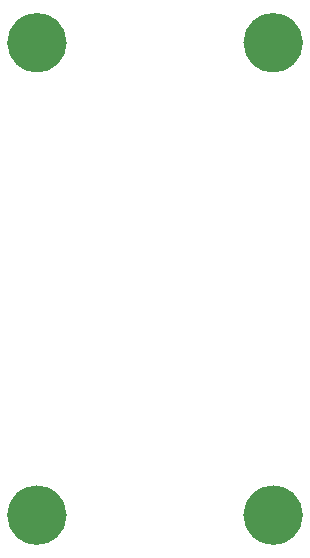
<source format=gbs>
%TF.GenerationSoftware,KiCad,Pcbnew,8.0.8*%
%TF.CreationDate,2025-01-29T17:03:44+00:00*%
%TF.ProjectId,ec30_2x4_l2_mh_0.1,65633330-5f32-4783-945f-6c325f6d685f,v0.1*%
%TF.SameCoordinates,PX8d24d00PY36d6160*%
%TF.FileFunction,Soldermask,Bot*%
%TF.FilePolarity,Negative*%
%FSLAX46Y46*%
G04 Gerber Fmt 4.6, Leading zero omitted, Abs format (unit mm)*
G04 Created by KiCad (PCBNEW 8.0.8) date 2025-01-29 17:03:44*
%MOMM*%
%LPD*%
G01*
G04 APERTURE LIST*
%ADD10C,2.500000*%
G04 APERTURE END LIST*
%TO.C,MH3*%
D10*
X-8750000Y-20000000D02*
G75*
G02*
X-11250000Y-20000000I-1250000J0D01*
G01*
X-11250000Y-20000000D02*
G75*
G02*
X-8750000Y-20000000I1250000J0D01*
G01*
%TO.C,MH4*%
X11250000Y-20000000D02*
G75*
G02*
X8750000Y-20000000I-1250000J0D01*
G01*
X8750000Y-20000000D02*
G75*
G02*
X11250000Y-20000000I1250000J0D01*
G01*
%TO.C,MH2*%
X11250000Y20000000D02*
G75*
G02*
X8750000Y20000000I-1250000J0D01*
G01*
X8750000Y20000000D02*
G75*
G02*
X11250000Y20000000I1250000J0D01*
G01*
%TO.C,MH1*%
X-8750000Y20000000D02*
G75*
G02*
X-11250000Y20000000I-1250000J0D01*
G01*
X-11250000Y20000000D02*
G75*
G02*
X-8750000Y20000000I1250000J0D01*
G01*
%TD*%
M02*

</source>
